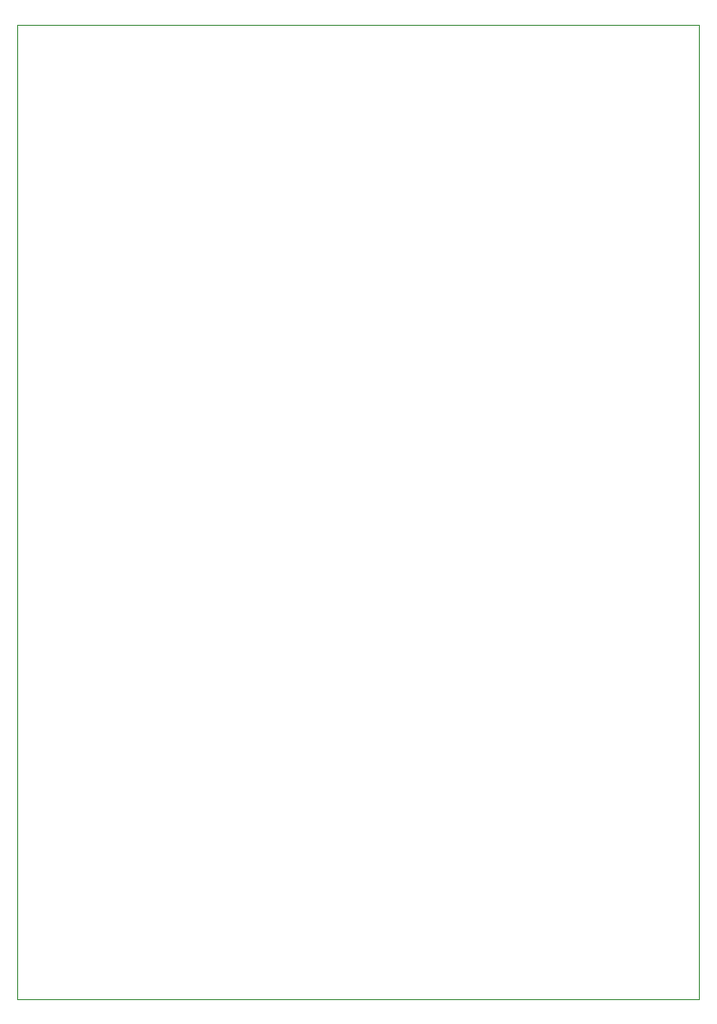
<source format=gbr>
G04 #@! TF.GenerationSoftware,KiCad,Pcbnew,(5.1.2)-2*
G04 #@! TF.CreationDate,2019-08-14T20:47:52-05:00*
G04 #@! TF.ProjectId,CorsairController,436f7273-6169-4724-936f-6e74726f6c6c,rev?*
G04 #@! TF.SameCoordinates,Original*
G04 #@! TF.FileFunction,Profile,NP*
%FSLAX46Y46*%
G04 Gerber Fmt 4.6, Leading zero omitted, Abs format (unit mm)*
G04 Created by KiCad (PCBNEW (5.1.2)-2) date 2019-08-14 20:47:52*
%MOMM*%
%LPD*%
G04 APERTURE LIST*
%ADD10C,0.100000*%
G04 APERTURE END LIST*
D10*
X104140000Y-71120000D02*
X164592000Y-71120000D01*
X104140000Y-157480000D02*
X104140000Y-71120000D01*
X164592000Y-157480000D02*
X104140000Y-157480000D01*
X164592000Y-71120000D02*
X164592000Y-157480000D01*
M02*

</source>
